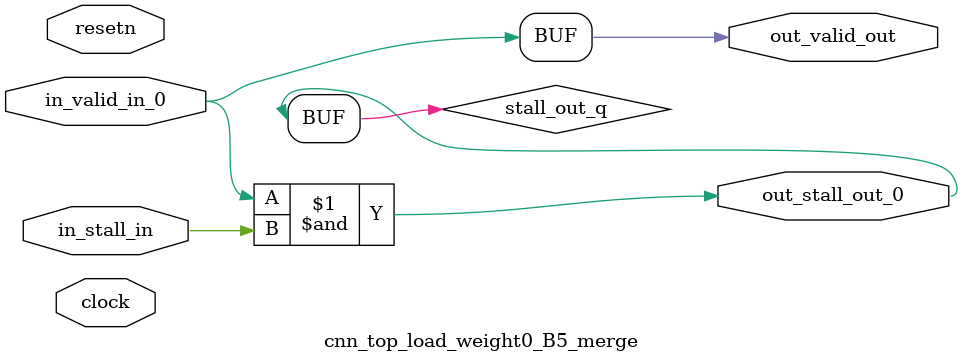
<source format=sv>



(* altera_attribute = "-name AUTO_SHIFT_REGISTER_RECOGNITION OFF; -name MESSAGE_DISABLE 10036; -name MESSAGE_DISABLE 10037; -name MESSAGE_DISABLE 14130; -name MESSAGE_DISABLE 14320; -name MESSAGE_DISABLE 15400; -name MESSAGE_DISABLE 14130; -name MESSAGE_DISABLE 10036; -name MESSAGE_DISABLE 12020; -name MESSAGE_DISABLE 12030; -name MESSAGE_DISABLE 12010; -name MESSAGE_DISABLE 12110; -name MESSAGE_DISABLE 14320; -name MESSAGE_DISABLE 13410; -name MESSAGE_DISABLE 113007; -name MESSAGE_DISABLE 10958" *)
module cnn_top_load_weight0_B5_merge (
    input wire [0:0] in_stall_in,
    input wire [0:0] in_valid_in_0,
    output wire [0:0] out_stall_out_0,
    output wire [0:0] out_valid_out,
    input wire clock,
    input wire resetn
    );

    wire [0:0] stall_out_q;


    // stall_out(LOGICAL,6)
    assign stall_out_q = in_valid_in_0 & in_stall_in;

    // out_stall_out_0(GPOUT,4)
    assign out_stall_out_0 = stall_out_q;

    // out_valid_out(GPOUT,5)
    assign out_valid_out = in_valid_in_0;

endmodule

</source>
